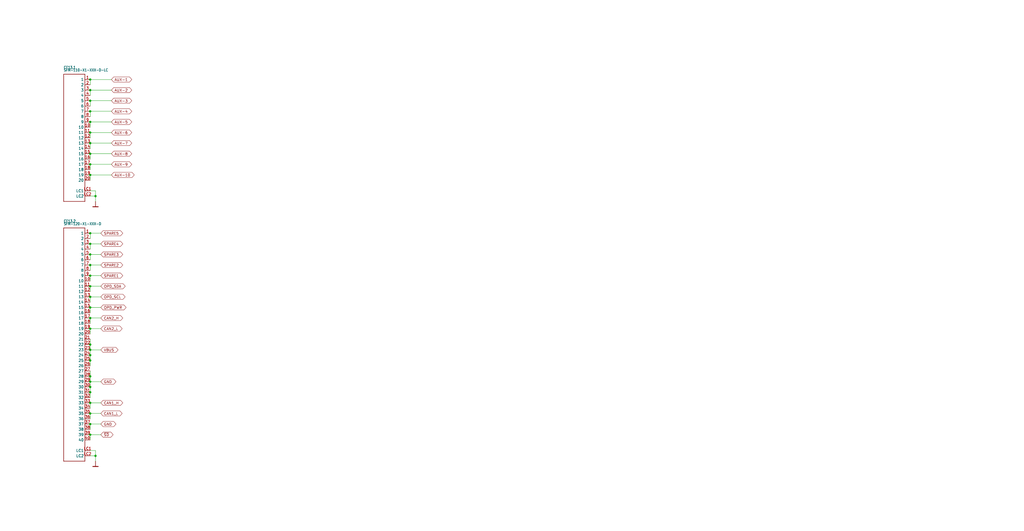
<source format=kicad_sch>
(kicad_sch (version 20211123) (generator eeschema)
  (paper "User" 490.22 254.406)
  (lib_symbols
    (symbol "oresat-backplane-2u-hasp-eagle-import:GND" (power)
      (symbol "GND_1_0"
        (polyline (pts (xy -1.27 -2.54) (xy 1.27 -2.54)) (stroke (width 0.4064)))
        (pin power_in line (at 0 0 270) (length 2.54) (name "GND") (number "1"))
      )
    )
    (symbol "oresat-backplane-2u-hasp-eagle-import:SFM-110-X1-XXX-D-LC"
      (property "Reference" "CF" (at -2.54 33.02 0))
      (property "Value" "SFM-110-X1-XXX-D-LC" (at -2.54 31.75 0))
      (symbol "SFM-110-X1-XXX-D-LC_1_0"
        (polyline (pts (xy -2.54 -30.48) (xy -2.54 30.48)) (stroke (width 0.254)))
        (polyline (pts (xy -2.54 30.48) (xy 7.62 30.48)) (stroke (width 0.254)))
        (polyline (pts (xy 7.62 -30.48) (xy -2.54 -30.48)) (stroke (width 0.254)))
        (polyline (pts (xy 7.62 30.48) (xy 7.62 -30.48)) (stroke (width 0.254)))
        (pin passive line (at 10.16 27.94 180) (length 2.54) (name "1") (number "1"))
        (pin passive line (at 10.16 5.08 180) (length 2.54) (name "10") (number "10"))
        (pin passive line (at 10.16 2.54 180) (length 2.54) (name "11") (number "11"))
        (pin passive line (at 10.16 0 180) (length 2.54) (name "12") (number "12"))
        (pin passive line (at 10.16 -2.54 180) (length 2.54) (name "13") (number "13"))
        (pin passive line (at 10.16 -5.08 180) (length 2.54) (name "14") (number "14"))
        (pin passive line (at 10.16 -7.62 180) (length 2.54) (name "15") (number "15"))
        (pin passive line (at 10.16 -10.16 180) (length 2.54) (name "16") (number "16"))
        (pin passive line (at 10.16 -12.7 180) (length 2.54) (name "17") (number "17"))
        (pin passive line (at 10.16 -15.24 180) (length 2.54) (name "18") (number "18"))
        (pin passive line (at 10.16 -17.78 180) (length 2.54) (name "19") (number "19"))
        (pin passive line (at 10.16 25.4 180) (length 2.54) (name "2") (number "2"))
        (pin passive line (at 10.16 -20.32 180) (length 2.54) (name "20") (number "20"))
        (pin passive line (at 10.16 22.86 180) (length 2.54) (name "3") (number "3"))
        (pin passive line (at 10.16 20.32 180) (length 2.54) (name "4") (number "4"))
        (pin passive line (at 10.16 17.78 180) (length 2.54) (name "5") (number "5"))
        (pin passive line (at 10.16 15.24 180) (length 2.54) (name "6") (number "6"))
        (pin passive line (at 10.16 12.7 180) (length 2.54) (name "7") (number "7"))
        (pin passive line (at 10.16 10.16 180) (length 2.54) (name "8") (number "8"))
        (pin passive line (at 10.16 7.62 180) (length 2.54) (name "9") (number "9"))
        (pin passive line (at 10.16 -25.4 180) (length 2.54) (name "LC1") (number "LC1"))
        (pin passive line (at 10.16 -27.94 180) (length 2.54) (name "LC2") (number "LC2"))
      )
    )
    (symbol "oresat-backplane-2u-hasp-eagle-import:SFM-120-X1-XXX-D"
      (property "Reference" "J" (at -2.54 50.8 0))
      (property "Value" "SFM-120-X1-XXX-D" (at -2.54 49.53 0))
      (symbol "SFM-120-X1-XXX-D_1_0"
        (polyline (pts (xy -2.54 -63.5) (xy -2.54 48.26)) (stroke (width 0.254)))
        (polyline (pts (xy -2.54 48.26) (xy 7.62 48.26)) (stroke (width 0.254)))
        (polyline (pts (xy 7.62 -63.5) (xy -2.54 -63.5)) (stroke (width 0.254)))
        (polyline (pts (xy 7.62 48.26) (xy 7.62 -63.5)) (stroke (width 0.254)))
        (pin passive line (at 10.16 45.72 180) (length 2.54) (name "1") (number "1"))
        (pin passive line (at 10.16 22.86 180) (length 2.54) (name "10") (number "10"))
        (pin passive line (at 10.16 20.32 180) (length 2.54) (name "11") (number "11"))
        (pin passive line (at 10.16 17.78 180) (length 2.54) (name "12") (number "12"))
        (pin passive line (at 10.16 15.24 180) (length 2.54) (name "13") (number "13"))
        (pin passive line (at 10.16 12.7 180) (length 2.54) (name "14") (number "14"))
        (pin passive line (at 10.16 10.16 180) (length 2.54) (name "15") (number "15"))
        (pin passive line (at 10.16 7.62 180) (length 2.54) (name "16") (number "16"))
        (pin passive line (at 10.16 5.08 180) (length 2.54) (name "17") (number "17"))
        (pin passive line (at 10.16 2.54 180) (length 2.54) (name "18") (number "18"))
        (pin passive line (at 10.16 0 180) (length 2.54) (name "19") (number "19"))
        (pin passive line (at 10.16 43.18 180) (length 2.54) (name "2") (number "2"))
        (pin passive line (at 10.16 -2.54 180) (length 2.54) (name "20") (number "20"))
        (pin passive line (at 10.16 -5.08 180) (length 2.54) (name "21") (number "21"))
        (pin passive line (at 10.16 -7.62 180) (length 2.54) (name "22") (number "22"))
        (pin passive line (at 10.16 -10.16 180) (length 2.54) (name "23") (number "23"))
        (pin passive line (at 10.16 -12.7 180) (length 2.54) (name "24") (number "24"))
        (pin passive line (at 10.16 -15.24 180) (length 2.54) (name "25") (number "25"))
        (pin passive line (at 10.16 -17.78 180) (length 2.54) (name "26") (number "26"))
        (pin passive line (at 10.16 -20.32 180) (length 2.54) (name "27") (number "27"))
        (pin passive line (at 10.16 -22.86 180) (length 2.54) (name "28") (number "28"))
        (pin passive line (at 10.16 -25.4 180) (length 2.54) (name "29") (number "29"))
        (pin passive line (at 10.16 40.64 180) (length 2.54) (name "3") (number "3"))
        (pin passive line (at 10.16 -27.94 180) (length 2.54) (name "30") (number "30"))
        (pin passive line (at 10.16 -30.48 180) (length 2.54) (name "31") (number "31"))
        (pin passive line (at 10.16 -33.02 180) (length 2.54) (name "32") (number "32"))
        (pin passive line (at 10.16 -35.56 180) (length 2.54) (name "33") (number "33"))
        (pin passive line (at 10.16 -38.1 180) (length 2.54) (name "34") (number "34"))
        (pin passive line (at 10.16 -40.64 180) (length 2.54) (name "35") (number "35"))
        (pin passive line (at 10.16 -43.18 180) (length 2.54) (name "36") (number "36"))
        (pin passive line (at 10.16 -45.72 180) (length 2.54) (name "37") (number "37"))
        (pin passive line (at 10.16 -48.26 180) (length 2.54) (name "38") (number "38"))
        (pin passive line (at 10.16 -50.8 180) (length 2.54) (name "39") (number "39"))
        (pin passive line (at 10.16 38.1 180) (length 2.54) (name "4") (number "4"))
        (pin passive line (at 10.16 -53.34 180) (length 2.54) (name "40") (number "40"))
        (pin passive line (at 10.16 35.56 180) (length 2.54) (name "5") (number "5"))
        (pin passive line (at 10.16 33.02 180) (length 2.54) (name "6") (number "6"))
        (pin passive line (at 10.16 30.48 180) (length 2.54) (name "7") (number "7"))
        (pin passive line (at 10.16 27.94 180) (length 2.54) (name "8") (number "8"))
        (pin passive line (at 10.16 25.4 180) (length 2.54) (name "9") (number "9"))
        (pin passive line (at 10.16 -58.42 180) (length 2.54) (name "LC1") (number "LC1"))
        (pin passive line (at 10.16 -60.96 180) (length 2.54) (name "LC2") (number "LC2"))
      )
    )
  )
  (junction (at 43.18 203.2))
  (junction (at 43.18 167.64))
  (junction (at 43.18 198.12))
  (junction (at 43.18 152.4))
  (junction (at 43.18 48.26))
  (junction (at 43.18 187.96))
  (junction (at 43.18 193.04))
  (junction (at 43.18 63.5))
  (junction (at 43.18 180.34))
  (junction (at 43.18 127))
  (junction (at 43.18 38.1))
  (junction (at 43.18 137.16))
  (junction (at 43.18 157.48))
  (junction (at 43.18 170.18))
  (junction (at 43.18 43.18))
  (junction (at 43.18 78.74))
  (junction (at 43.18 116.84))
  (junction (at 43.18 83.82))
  (junction (at 45.72 93.98))
  (junction (at 43.18 142.24))
  (junction (at 43.18 165.1))
  (junction (at 45.72 218.44))
  (junction (at 43.18 111.76))
  (junction (at 43.18 182.88))
  (junction (at 43.18 53.34))
  (junction (at 43.18 73.66))
  (junction (at 43.18 58.42))
  (junction (at 43.18 121.92))
  (junction (at 43.18 147.32))
  (junction (at 43.18 208.28))
  (junction (at 43.18 132.08))
  (junction (at 43.18 172.72))
  (junction (at 43.18 68.58))
  (junction (at 43.18 185.42))
  (wire (pts (xy 43.18 167.64) (xy 43.18 170.18)))
  (wire (pts (xy 43.18 43.18) (xy 43.18 45.72)))
  (wire (pts (xy 43.18 63.5) (xy 43.18 66.04)))
  (wire (pts (xy 43.18 78.74) (xy 43.18 81.28)))
  (wire (pts (xy 43.18 53.34) (xy 43.18 55.88)))
  (wire (pts (xy 43.18 132.08) (xy 43.18 134.62)))
  (wire (pts (xy 43.18 38.1) (xy 53.34 38.1)))
  (wire (pts (xy 43.18 73.66) (xy 43.18 76.2)))
  (wire (pts (xy 43.18 193.04) (xy 43.18 195.58)))
  (wire (pts (xy 45.72 96.52) (xy 45.72 93.98)))
  (wire (pts (xy 43.18 63.5) (xy 53.34 63.5)))
  (wire (pts (xy 43.18 172.72) (xy 43.18 175.26)))
  (wire (pts (xy 43.18 121.92) (xy 43.18 124.46)))
  (wire (pts (xy 48.26 132.08) (xy 43.18 132.08)))
  (wire (pts (xy 48.26 152.4) (xy 43.18 152.4)))
  (wire (pts (xy 43.18 78.74) (xy 53.34 78.74)))
  (wire (pts (xy 43.18 182.88) (xy 43.18 185.42)))
  (wire (pts (xy 48.26 127) (xy 43.18 127)))
  (wire (pts (xy 43.18 43.18) (xy 53.34 43.18)))
  (wire (pts (xy 45.72 215.9) (xy 45.72 218.44)))
  (wire (pts (xy 48.26 157.48) (xy 43.18 157.48)))
  (wire (pts (xy 43.18 83.82) (xy 53.34 83.82)))
  (wire (pts (xy 45.72 91.44) (xy 43.18 91.44)))
  (wire (pts (xy 43.18 165.1) (xy 43.18 167.64)))
  (wire (pts (xy 43.18 58.42) (xy 53.34 58.42)))
  (wire (pts (xy 43.18 208.28) (xy 43.18 210.82)))
  (wire (pts (xy 43.18 83.82) (xy 43.18 86.36)))
  (wire (pts (xy 48.26 182.88) (xy 43.18 182.88)))
  (wire (pts (xy 43.18 215.9) (xy 45.72 215.9)))
  (wire (pts (xy 43.18 116.84) (xy 43.18 119.38)))
  (wire (pts (xy 43.18 187.96) (xy 43.18 190.5)))
  (wire (pts (xy 48.26 203.2) (xy 43.18 203.2)))
  (wire (pts (xy 43.18 147.32) (xy 43.18 149.86)))
  (wire (pts (xy 43.18 73.66) (xy 53.34 73.66)))
  (wire (pts (xy 43.18 137.16) (xy 43.18 139.7)))
  (wire (pts (xy 48.26 167.64) (xy 43.18 167.64)))
  (wire (pts (xy 43.18 185.42) (xy 43.18 187.96)))
  (wire (pts (xy 43.18 38.1) (xy 43.18 40.64)))
  (wire (pts (xy 48.26 142.24) (xy 43.18 142.24)))
  (wire (pts (xy 43.18 182.88) (xy 43.18 180.34)))
  (wire (pts (xy 43.18 170.18) (xy 43.18 172.72)))
  (wire (pts (xy 43.18 218.44) (xy 45.72 218.44)))
  (wire (pts (xy 43.18 142.24) (xy 43.18 144.78)))
  (wire (pts (xy 48.26 137.16) (xy 43.18 137.16)))
  (wire (pts (xy 45.72 93.98) (xy 45.72 91.44)))
  (wire (pts (xy 43.18 58.42) (xy 43.18 60.96)))
  (wire (pts (xy 43.18 121.92) (xy 48.26 121.92)))
  (wire (pts (xy 43.18 157.48) (xy 43.18 160.02)))
  (wire (pts (xy 43.18 48.26) (xy 53.34 48.26)))
  (wire (pts (xy 43.18 48.26) (xy 43.18 50.8)))
  (wire (pts (xy 48.26 198.12) (xy 43.18 198.12)))
  (wire (pts (xy 43.18 180.34) (xy 43.18 177.8)))
  (wire (pts (xy 45.72 218.44) (xy 45.72 220.98)))
  (wire (pts (xy 43.18 68.58) (xy 43.18 71.12)))
  (wire (pts (xy 43.18 111.76) (xy 43.18 114.3)))
  (wire (pts (xy 48.26 147.32) (xy 43.18 147.32)))
  (wire (pts (xy 43.18 111.76) (xy 48.26 111.76)))
  (wire (pts (xy 43.18 68.58) (xy 53.34 68.58)))
  (wire (pts (xy 48.26 193.04) (xy 43.18 193.04)))
  (wire (pts (xy 43.18 127) (xy 43.18 129.54)))
  (wire (pts (xy 43.18 162.56) (xy 43.18 165.1)))
  (wire (pts (xy 43.18 116.84) (xy 48.26 116.84)))
  (wire (pts (xy 43.18 203.2) (xy 43.18 205.74)))
  (wire (pts (xy 43.18 152.4) (xy 43.18 154.94)))
  (wire (pts (xy 43.18 198.12) (xy 43.18 200.66)))
  (wire (pts (xy 43.18 53.34) (xy 53.34 53.34)))
  (wire (pts (xy 48.26 208.28) (xy 43.18 208.28)))
  (wire (pts (xy 45.72 93.98) (xy 43.18 93.98)))
  (global_label "AUX-9" (shape bidirectional) (at 53.34 78.74 0) (effects (font (size 1.2446 1.2446))) (property "Intersheet References" "${INTERSHEET_REFS}" (effects hide)))
  (global_label "GND" (shape bidirectional) (at 48.26 203.2 0) (effects (font (size 1.2446 1.2446))) (property "Intersheet References" "${INTERSHEET_REFS}" (effects hide)))
  (global_label "AUX-4" (shape bidirectional) (at 53.34 53.34 0) (effects (font (size 1.2446 1.2446))) (property "Intersheet References" "${INTERSHEET_REFS}" (effects hide)))
  (global_label "AUX-2" (shape bidirectional) (at 53.34 43.18 0) (effects (font (size 1.2446 1.2446))) (property "Intersheet References" "${INTERSHEET_REFS}" (effects hide)))
  (global_label "SPARE2" (shape bidirectional) (at 48.26 127 0) (effects (font (size 1.2446 1.2446))) (property "Intersheet References" "${INTERSHEET_REFS}" (effects hide)))
  (global_label "CAN1_L" (shape bidirectional) (at 48.26 198.12 0) (effects (font (size 1.2446 1.2446))) (property "Intersheet References" "${INTERSHEET_REFS}" (effects hide)))
  (global_label "GND" (shape bidirectional) (at 48.26 182.88 0) (effects (font (size 1.2446 1.2446))) (property "Intersheet References" "${INTERSHEET_REFS}" (effects hide)))
  (global_label "CAN2_H" (shape bidirectional) (at 48.26 152.4 0) (effects (font (size 1.2446 1.2446))) (property "Intersheet References" "${INTERSHEET_REFS}" (effects hide)))
  (global_label "AUX-6" (shape bidirectional) (at 53.34 63.5 0) (effects (font (size 1.2446 1.2446))) (property "Intersheet References" "${INTERSHEET_REFS}" (effects hide)))
  (global_label "AUX-1" (shape bidirectional) (at 53.34 38.1 0) (effects (font (size 1.2446 1.2446))) (property "Intersheet References" "${INTERSHEET_REFS}" (effects hide)))
  (global_label "CAN2_L" (shape bidirectional) (at 48.26 157.48 0) (effects (font (size 1.2446 1.2446))) (property "Intersheet References" "${INTERSHEET_REFS}" (effects hide)))
  (global_label "OPD_PWR" (shape bidirectional) (at 48.26 147.32 0) (effects (font (size 1.2446 1.2446))) (property "Intersheet References" "${INTERSHEET_REFS}" (effects hide)))
  (global_label "AUX-5" (shape bidirectional) (at 53.34 58.42 0) (effects (font (size 1.2446 1.2446))) (property "Intersheet References" "${INTERSHEET_REFS}" (effects hide)))
  (global_label "OPD_SCL" (shape bidirectional) (at 48.26 142.24 0) (effects (font (size 1.2446 1.2446))) (property "Intersheet References" "${INTERSHEET_REFS}" (effects hide)))
  (global_label "~{SD}" (shape bidirectional) (at 48.26 208.28 0) (effects (font (size 1.2446 1.2446))) (property "Intersheet References" "${INTERSHEET_REFS}" (effects hide)))
  (global_label "AUX-10" (shape bidirectional) (at 53.34 83.82 0) (effects (font (size 1.2446 1.2446))) (property "Intersheet References" "${INTERSHEET_REFS}" (effects hide)))
  (global_label "AUX-8" (shape bidirectional) (at 53.34 73.66 0) (effects (font (size 1.2446 1.2446))) (property "Intersheet References" "${INTERSHEET_REFS}" (effects hide)))
  (global_label "AUX-7" (shape bidirectional) (at 53.34 68.58 0) (effects (font (size 1.2446 1.2446))) (property "Intersheet References" "${INTERSHEET_REFS}" (effects hide)))
  (global_label "CAN1_H" (shape bidirectional) (at 48.26 193.04 0) (effects (font (size 1.2446 1.2446))) (property "Intersheet References" "${INTERSHEET_REFS}" (effects hide)))
  (global_label "SPARE5" (shape bidirectional) (at 48.26 111.76 0) (effects (font (size 1.2446 1.2446))) (property "Intersheet References" "${INTERSHEET_REFS}" (effects hide)))
  (global_label "SPARE3" (shape bidirectional) (at 48.26 121.92 0) (effects (font (size 1.2446 1.2446))) (property "Intersheet References" "${INTERSHEET_REFS}" (effects hide)))
  (global_label "AUX-3" (shape bidirectional) (at 53.34 48.26 0) (effects (font (size 1.2446 1.2446))) (property "Intersheet References" "${INTERSHEET_REFS}" (effects hide)))
  (global_label "OPD_SDA" (shape bidirectional) (at 48.26 137.16 0) (effects (font (size 1.2446 1.2446))) (property "Intersheet References" "${INTERSHEET_REFS}" (effects hide)))
  (global_label "SPARE1" (shape bidirectional) (at 48.26 132.08 0) (effects (font (size 1.2446 1.2446))) (property "Intersheet References" "${INTERSHEET_REFS}" (effects hide)))
  (global_label "SPARE4" (shape bidirectional) (at 48.26 116.84 0) (effects (font (size 1.2446 1.2446))) (property "Intersheet References" "${INTERSHEET_REFS}" (effects hide)))
  (global_label "VBUS" (shape bidirectional) (at 48.26 167.64 0) (effects (font (size 1.2446 1.2446))) (property "Intersheet References" "${INTERSHEET_REFS}" (effects hide)))
  (symbol (lib_id "oresat-backplane-2u-hasp-eagle-import:SFM-120-X1-XXX-D") (at 33.02 157.48 0) (unit 1)
    (property "Reference" "CF13.2" (at 30.48 106.68 0) (effects (font (size 1.27 1.0795)) (justify left bottom)))
    (property "Value" "SFM-120-X1-XXX-D" (at 30.48 107.95 0) (effects (font (size 1.27 1.0795)) (justify left bottom)))
    (property "Footprint" "oresat-backplane-2u-hasp:SFM-120-X1-XXX-D" (effects hide))
  )
  (symbol (lib_id "oresat-backplane-2u-hasp-eagle-import:GND") (at 45.72 220.98 0) (unit 1)
    (property "Reference" "#GND43" (effects hide))
    (property "Value" "GND" (effects hide))
    (property "Footprint" "oresat-backplane-2u-hasp:" (effects hide))
  )
  (symbol (lib_id "oresat-backplane-2u-hasp-eagle-import:SFM-110-X1-XXX-D-LC") (at 33.02 66.04 0) (unit 1)
    (property "Reference" "CF13.1" (at 30.48 33.02 0) (effects (font (size 1.27 1.0795)) (justify left bottom)))
    (property "Value" "SFM-110-X1-XXX-D-LC" (at 30.48 34.29 0) (effects (font (size 1.27 1.0795)) (justify left bottom)))
    (property "Footprint" "oresat-backplane-2u-hasp:SFM-110-X1-XXX-D-LC" (effects hide))
  )
  (symbol (lib_id "oresat-backplane-2u-hasp-eagle-import:GND") (at 45.72 96.52 0) (unit 1)
    (property "Reference" "#GND47" (effects hide))
    (property "Value" "GND" (effects hide))
    (property "Footprint" "oresat-backplane-2u-hasp:" (effects hide))
  )
)
</source>
